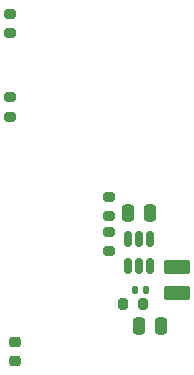
<source format=gbr>
%TF.GenerationSoftware,KiCad,Pcbnew,8.0.7*%
%TF.CreationDate,2024-12-28T12:59:27+01:00*%
%TF.ProjectId,scd30_esp,73636433-305f-4657-9370-2e6b69636164,rev?*%
%TF.SameCoordinates,Original*%
%TF.FileFunction,Paste,Top*%
%TF.FilePolarity,Positive*%
%FSLAX46Y46*%
G04 Gerber Fmt 4.6, Leading zero omitted, Abs format (unit mm)*
G04 Created by KiCad (PCBNEW 8.0.7) date 2024-12-28 12:59:27*
%MOMM*%
%LPD*%
G01*
G04 APERTURE LIST*
G04 Aperture macros list*
%AMRoundRect*
0 Rectangle with rounded corners*
0 $1 Rounding radius*
0 $2 $3 $4 $5 $6 $7 $8 $9 X,Y pos of 4 corners*
0 Add a 4 corners polygon primitive as box body*
4,1,4,$2,$3,$4,$5,$6,$7,$8,$9,$2,$3,0*
0 Add four circle primitives for the rounded corners*
1,1,$1+$1,$2,$3*
1,1,$1+$1,$4,$5*
1,1,$1+$1,$6,$7*
1,1,$1+$1,$8,$9*
0 Add four rect primitives between the rounded corners*
20,1,$1+$1,$2,$3,$4,$5,0*
20,1,$1+$1,$4,$5,$6,$7,0*
20,1,$1+$1,$6,$7,$8,$9,0*
20,1,$1+$1,$8,$9,$2,$3,0*%
G04 Aperture macros list end*
%ADD10RoundRect,0.150000X0.150000X-0.512500X0.150000X0.512500X-0.150000X0.512500X-0.150000X-0.512500X0*%
%ADD11RoundRect,0.200000X-0.275000X0.200000X-0.275000X-0.200000X0.275000X-0.200000X0.275000X0.200000X0*%
%ADD12RoundRect,0.200000X0.275000X-0.200000X0.275000X0.200000X-0.275000X0.200000X-0.275000X-0.200000X0*%
%ADD13RoundRect,0.200000X0.200000X0.275000X-0.200000X0.275000X-0.200000X-0.275000X0.200000X-0.275000X0*%
%ADD14RoundRect,0.250000X-0.850000X0.375000X-0.850000X-0.375000X0.850000X-0.375000X0.850000X0.375000X0*%
%ADD15RoundRect,0.225000X-0.250000X0.225000X-0.250000X-0.225000X0.250000X-0.225000X0.250000X0.225000X0*%
%ADD16RoundRect,0.250000X0.250000X0.475000X-0.250000X0.475000X-0.250000X-0.475000X0.250000X-0.475000X0*%
%ADD17RoundRect,0.140000X0.140000X0.170000X-0.140000X0.170000X-0.140000X-0.170000X0.140000X-0.170000X0*%
G04 APERTURE END LIST*
D10*
%TO.C,U1*%
X70760000Y-59502500D03*
X71710000Y-59502500D03*
X72660000Y-59502500D03*
X72660000Y-61777500D03*
X71710000Y-61777500D03*
X70760000Y-61777500D03*
%TD*%
D11*
%TO.C,R5*%
X60800000Y-47475000D03*
X60800000Y-49125000D03*
%TD*%
D12*
%TO.C,R4*%
X60800000Y-42025000D03*
X60800000Y-40375000D03*
%TD*%
%TO.C,R3*%
X69200000Y-55875000D03*
X69200000Y-57525000D03*
%TD*%
%TO.C,R2*%
X69200000Y-58875000D03*
X69200000Y-60525000D03*
%TD*%
D13*
%TO.C,R1*%
X70375000Y-65000000D03*
X72025000Y-65000000D03*
%TD*%
D14*
%TO.C,L1*%
X74910000Y-64015000D03*
X74910000Y-61865000D03*
%TD*%
D15*
%TO.C,C5*%
X61200000Y-68225000D03*
X61200000Y-69775000D03*
%TD*%
D16*
%TO.C,C3*%
X70760000Y-57240000D03*
X72660000Y-57240000D03*
%TD*%
%TO.C,C2*%
X73560000Y-66800000D03*
X71660000Y-66800000D03*
%TD*%
D17*
%TO.C,C1*%
X72280000Y-63800000D03*
X71320000Y-63800000D03*
%TD*%
M02*

</source>
